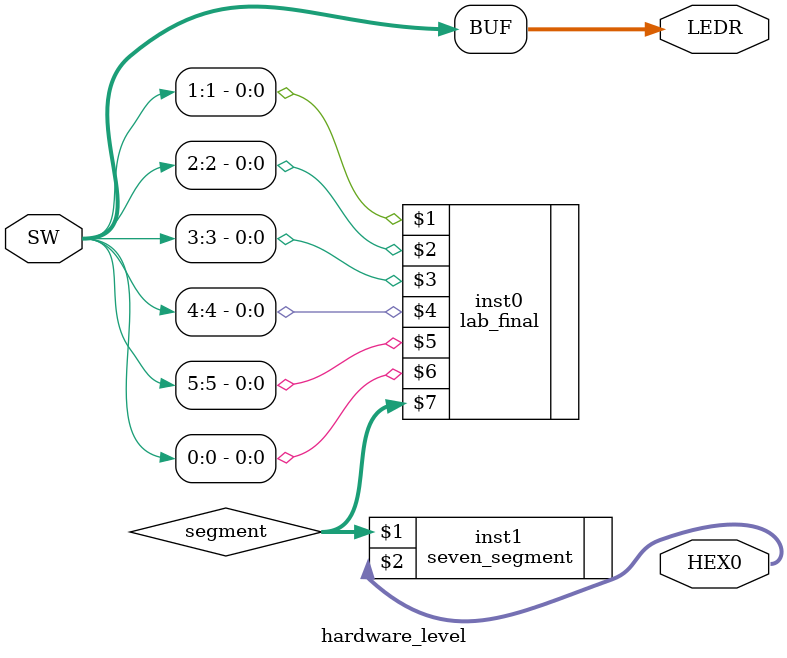
<source format=v>
module hardware_level(SW,LEDR,HEX0);

	input wire [5:0]SW;
	output wire [6:0]HEX0;
	output wire [5:0]LEDR;
	
	wire [3:0] segment;
	
	assign LEDR=SW;
	
	lab_final inst0(SW[1],SW[2],SW[3],SW[4],SW[5],SW[0],segment);
	
	seven_segment inst1(segment,HEX0);
	
endmodule

</source>
